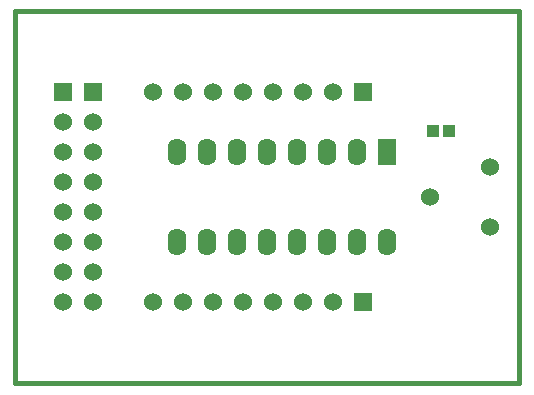
<source format=gbs>
G04 (created by PCBNEW (2013-01-23 BZR 3920)-testing) date Thu 24 Jan 2013 02:16:04 AM CET*
%MOIN*%
G04 Gerber Fmt 3.4, Leading zero omitted, Abs format*
%FSLAX34Y34*%
G01*
G70*
G90*
G04 APERTURE LIST*
%ADD10C,2.3622e-06*%
%ADD11C,0.015*%
%ADD12R,0.06X0.06*%
%ADD13C,0.06*%
%ADD14R,0.04X0.04*%
%ADD15R,0.062X0.09*%
%ADD16O,0.062X0.09*%
G04 APERTURE END LIST*
G54D10*
G54D11*
X58500Y-29800D02*
X41700Y-29800D01*
X41700Y-17400D02*
X58500Y-17400D01*
X58500Y-29800D02*
X58500Y-17400D01*
X41700Y-17400D02*
X41700Y-29800D01*
G54D12*
X44300Y-20100D03*
G54D13*
X44300Y-21100D03*
X44300Y-22100D03*
X44300Y-23100D03*
X44300Y-24100D03*
X44300Y-25100D03*
X44300Y-26100D03*
X44300Y-27100D03*
G54D12*
X43300Y-20100D03*
G54D13*
X43300Y-21100D03*
X43300Y-22100D03*
X43300Y-23100D03*
X43300Y-24100D03*
X43300Y-25100D03*
X43300Y-26100D03*
X43300Y-27100D03*
G54D12*
X53300Y-20100D03*
G54D13*
X52300Y-20100D03*
X51300Y-20100D03*
X50300Y-20100D03*
X49300Y-20100D03*
X48300Y-20100D03*
X47300Y-20100D03*
X46300Y-20100D03*
G54D12*
X53300Y-27100D03*
G54D13*
X52300Y-27100D03*
X51300Y-27100D03*
X50300Y-27100D03*
X49300Y-27100D03*
X48300Y-27100D03*
X47300Y-27100D03*
X46300Y-27100D03*
G54D14*
X55625Y-21400D03*
X56175Y-21400D03*
G54D13*
X55550Y-23600D03*
X57550Y-22600D03*
X57550Y-24600D03*
G54D15*
X54100Y-22100D03*
G54D16*
X53100Y-22100D03*
X52100Y-22100D03*
X51100Y-22100D03*
X50100Y-22100D03*
X49100Y-22100D03*
X48100Y-22100D03*
X47100Y-22100D03*
X47100Y-25100D03*
X48100Y-25100D03*
X49100Y-25100D03*
X50100Y-25100D03*
X51100Y-25100D03*
X52100Y-25100D03*
X53100Y-25100D03*
X54100Y-25100D03*
M02*

</source>
